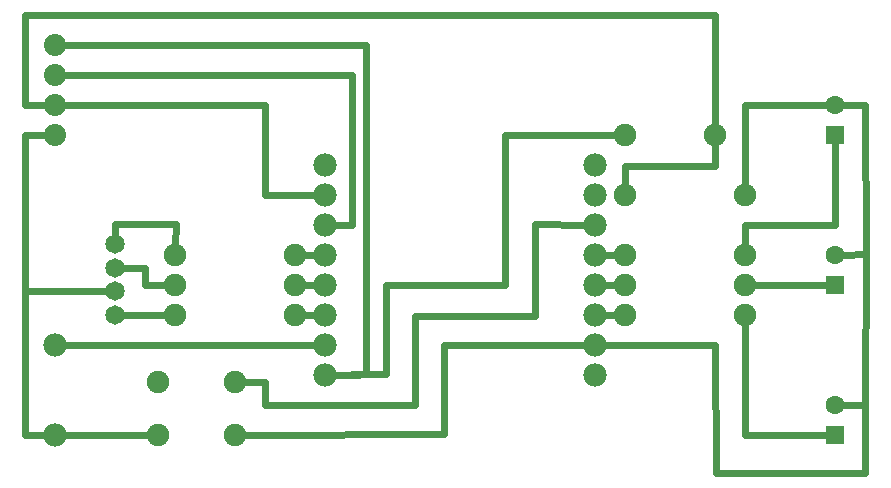
<source format=gbl>
G04 MADE WITH FRITZING*
G04 WWW.FRITZING.ORG*
G04 DOUBLE SIDED*
G04 HOLES PLATED*
G04 CONTOUR ON CENTER OF CONTOUR VECTOR*
%ASAXBY*%
%FSLAX23Y23*%
%MOIN*%
%OFA0B0*%
%SFA1.0B1.0*%
%ADD10C,0.077778*%
%ADD11C,0.073889*%
%ADD12C,0.065000*%
%ADD13C,0.075000*%
%ADD14C,0.062992*%
%ADD15C,0.078000*%
%ADD16R,0.062992X0.062992*%
%ADD17C,0.024000*%
%LNCOPPER0*%
G90*
G70*
G54D10*
X1153Y1075D03*
X1153Y975D03*
X1153Y875D03*
X1153Y775D03*
X1153Y675D03*
X1153Y575D03*
X1153Y475D03*
X1153Y375D03*
X2053Y375D03*
X2053Y475D03*
X2053Y575D03*
X2053Y675D03*
X2053Y775D03*
X2053Y875D03*
X2053Y975D03*
X2053Y1075D03*
G54D11*
X253Y1175D03*
X253Y1275D03*
X253Y1375D03*
X253Y1475D03*
G54D12*
X453Y575D03*
X453Y654D03*
X453Y732D03*
X453Y811D03*
G54D13*
X2153Y1175D03*
X2453Y1175D03*
X853Y175D03*
X597Y175D03*
X853Y352D03*
X597Y352D03*
G54D14*
X2853Y176D03*
X2853Y275D03*
X2853Y676D03*
X2853Y775D03*
X2853Y1176D03*
X2853Y1275D03*
G54D15*
X253Y175D03*
X253Y475D03*
G54D13*
X653Y575D03*
X1053Y575D03*
X653Y675D03*
X1053Y675D03*
X653Y775D03*
X1053Y775D03*
X2153Y975D03*
X2553Y975D03*
X2153Y575D03*
X2553Y575D03*
X2153Y775D03*
X2553Y775D03*
X2153Y675D03*
X2553Y675D03*
G54D16*
X2853Y176D03*
X2853Y676D03*
X2853Y1176D03*
G54D17*
X2954Y1274D02*
X2880Y1275D01*
D02*
X2957Y777D02*
X2880Y776D01*
D02*
X1751Y1175D02*
X1751Y676D01*
D02*
X1751Y676D02*
X1355Y676D01*
D02*
X1355Y676D02*
X1355Y378D01*
D02*
X1355Y378D02*
X1182Y375D01*
D02*
X2124Y1175D02*
X1751Y1175D01*
D02*
X2153Y1072D02*
X2451Y1072D01*
D02*
X2451Y1072D02*
X2453Y1146D01*
D02*
X2153Y1004D02*
X2153Y1072D01*
D02*
X1242Y875D02*
X1182Y875D01*
D02*
X1242Y1375D02*
X1242Y875D01*
D02*
X287Y1375D02*
X1242Y1375D01*
D02*
X569Y175D02*
X283Y175D01*
D02*
X283Y475D02*
X1124Y475D01*
D02*
X153Y175D02*
X153Y654D01*
D02*
X153Y654D02*
X429Y654D01*
D02*
X223Y175D02*
X153Y175D01*
D02*
X1290Y379D02*
X1290Y1475D01*
D02*
X1290Y1475D02*
X287Y1475D01*
D02*
X1182Y376D02*
X1290Y379D01*
D02*
X953Y975D02*
X953Y1275D01*
D02*
X953Y1275D02*
X152Y1274D01*
D02*
X152Y1274D02*
X152Y1576D01*
D02*
X152Y1576D02*
X2453Y1575D01*
D02*
X2453Y1575D02*
X2453Y1204D01*
D02*
X1124Y975D02*
X953Y975D01*
D02*
X153Y654D02*
X152Y1174D01*
D02*
X152Y1174D02*
X219Y1175D01*
D02*
X429Y654D02*
X153Y654D01*
D02*
X2553Y175D02*
X2553Y546D01*
D02*
X2826Y176D02*
X2553Y175D01*
D02*
X2826Y676D02*
X2582Y675D01*
D02*
X2553Y875D02*
X2553Y804D01*
D02*
X2854Y874D02*
X2553Y875D01*
D02*
X2853Y1150D02*
X2854Y874D01*
D02*
X2553Y1275D02*
X2553Y1004D01*
D02*
X2826Y1275D02*
X2553Y1275D01*
D02*
X2954Y1274D02*
X2957Y777D01*
D02*
X2957Y777D02*
X2954Y275D01*
D02*
X2954Y275D02*
X2880Y275D01*
D02*
X2453Y475D02*
X2082Y475D01*
D02*
X2457Y49D02*
X2453Y475D01*
D02*
X2954Y49D02*
X2457Y49D01*
D02*
X2954Y275D02*
X2954Y49D01*
D02*
X2880Y275D02*
X2954Y275D01*
D02*
X1550Y475D02*
X1550Y177D01*
D02*
X1550Y177D02*
X882Y175D01*
D02*
X2024Y475D02*
X1550Y475D01*
D02*
X454Y877D02*
X453Y835D01*
D02*
X655Y877D02*
X454Y877D01*
D02*
X654Y804D02*
X655Y877D01*
D02*
X1124Y775D02*
X1082Y775D01*
D02*
X1082Y675D02*
X1124Y675D01*
D02*
X552Y732D02*
X552Y676D01*
D02*
X552Y676D02*
X624Y675D01*
D02*
X477Y732D02*
X552Y732D01*
D02*
X1082Y575D02*
X1124Y575D01*
D02*
X477Y575D02*
X624Y575D01*
D02*
X2124Y575D02*
X2082Y575D01*
D02*
X2124Y675D02*
X2082Y675D01*
D02*
X2124Y775D02*
X2082Y775D01*
D02*
X1453Y573D02*
X1453Y274D01*
D02*
X1854Y573D02*
X1453Y573D01*
D02*
X1854Y877D02*
X1854Y573D01*
D02*
X1453Y274D02*
X953Y274D01*
D02*
X953Y274D02*
X953Y352D01*
D02*
X953Y352D02*
X882Y352D01*
D02*
X2024Y875D02*
X1854Y877D01*
G04 End of Copper0*
M02*
</source>
